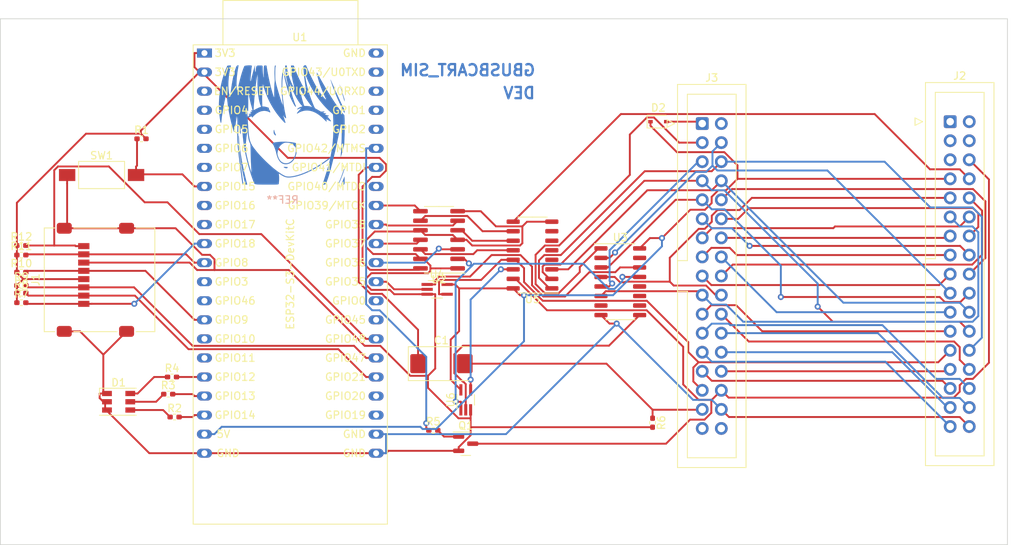
<source format=kicad_pcb>
(kicad_pcb (version 20211014) (generator pcbnew)
  (layers (0 "F.Cu" signal) (31 "B.Cu" signal) (34 "B.Paste" user) (35 "F.Paste" user) (36 "B.SilkS" user "B.Silkscreen") (37 "F.SilkS" user "F.Silkscreen") (38 "B.Mask" user) (39 "F.Mask" user) (44 "Edge.Cuts" user))
  (net 0 "")
  (net 1 "/GB.AUDIO")
  (net 2 "+3.3V")
  (net 3 "GND")
  (net 4 "+5V")
  (net 5 "Net-(D1-Pad4)")
  (net 6 "Net-(D1-Pad5)")
  (net 7 "Net-(D1-Pad6)")
  (net 8 "Net-(D2-Pad2)")
  (net 9 "/SD_DATA2")
  (net 10 "/SD_DATA3")
  (net 11 "/SD_CMD")
  (net 12 "/SD_CLOCK")
  (net 13 "/SD_DATA0")
  (net 14 "/SD_DATA1")
  (net 15 "/GB.~{RST}")
  (net 16 "/GB.D7")
  (net 17 "/GB.D6")
  (net 18 "/GB.D5")
  (net 19 "/GB.D4")
  (net 20 "/GB.D3")
  (net 21 "/GB.D2")
  (net 22 "/GB.D1")
  (net 23 "/GB.D0")
  (net 24 "/GB.A15")
  (net 25 "/GB.A14")
  (net 26 "/GB.A13")
  (net 27 "/GB.A12")
  (net 28 "/GB.A11")
  (net 29 "/GB.A10")
  (net 30 "/GB.A9")
  (net 31 "/GB.A8")
  (net 32 "/GB.A7")
  (net 33 "/GB.A6")
  (net 34 "/GB.A5")
  (net 35 "/GB.A4")
  (net 36 "/GB.A3")
  (net 37 "/GB.A2")
  (net 38 "/GB.A1")
  (net 39 "/GB.A0")
  (net 40 "/GB.~{CS}")
  (net 41 "/GB.~{RD}")
  (net 42 "/GB.~{WR}")
  (net 43 "/GB.PHI")
  (net 44 "Net-(Q1-Pad1)")
  (net 45 "/BTN")
  (net 46 "/L_B")
  (net 47 "/L_G")
  (net 48 "/L_R")
  (net 70 "/SCL")
  (net 71 "/SS")
  (net 72 "/IRQ")
  (net 73 "/MISO")
  (net 75 "Net-(U3-Pad9)")
  (net 79 "Net-(U3-Pad14)")
  (net 81 "/MOSI")
  (net 86 "Net-(J2-Pad8)")
  (net 87 "Net-(U5-Pad14)")
  (net 93 "/GPIO41")
  (net 94 "/GPIO42")
  (net 95 "/GPIO36")
  (net 96 "/GPIO37")
  (net 97 "/GPIO38")
  (net 98 "/GPIO39")
  (footprint "Package_TO_SOT_SMD:SOT-353_SC-70-5_Handsoldering" (layer "F.Cu") (at 88.646 115.824)
    (fp_text reference "U4")
    (fp_text value "74HCT1G125")
  )
  (footprint "Resistor_SMD:R_0402_1005Metric_Pad0.72x0.64mm_HandSolder" (layer "F.Cu") (at 49.276 95.758)
    (fp_text reference "R1")
    (fp_text value "10k")
  )
  (footprint "Package_TO_SOT_SMD:SOT-353_SC-70-5_Handsoldering" (layer "F.Cu") (at 92.456 130.556 90)
    (fp_text reference "U6")
    (fp_text value "NC7SZ08")
  )
  (footprint "Capacitor_Tantalum_SMD:CP_EIA-7343-31_Kemet-D" (layer "F.Cu") (at 89.2185 125.73)
    (fp_text reference "C1")
    (fp_text value "47uF")
  )
  (footprint "Resistor_SMD:R_0402_1005Metric_Pad0.72x0.64mm_HandSolder" (layer "F.Cu") (at 33.274 111.252)
    (fp_text reference "R11")
    (fp_text value "10k")
  )
  (footprint "Resistor_SMD:R_0402_1005Metric_Pad0.72x0.64mm_HandSolder" (layer "F.Cu") (at 117.3385 133.604 -90)
    (fp_text reference "R6")
    (fp_text value "10k")
  )
  (footprint "Resistor_SMD:R_0402_1005Metric_Pad0.72x0.64mm_HandSolder" (layer "F.Cu") (at 33.274 113.538)
    (fp_text reference "R10")
    (fp_text value "10k")
  )
  (footprint "Connector_Card:microSD_HC_Molex_47219-2001" (layer "F.Cu") (at 43.688 114.554 90)
    (fp_text reference "J1")
    (fp_text value "Micro_SD_Card")
  )
  (footprint "Package_SO:SO-16_3.9x9.9mm_P1.27mm" (layer "F.Cu") (at 101.346 111.252 180)
    (fp_text reference "U5")
    (fp_text value "74HC259")
  )
  (footprint "Diode_SMD:D_SOD-323" (layer "F.Cu") (at 118.11 93.472)
    (fp_text reference "D2")
    (fp_text value "PMEG2010EA")
  )
  (footprint "Package_TO_SOT_SMD:SOT-23" (layer "F.Cu") (at 92.456 136.398)
    (fp_text reference "Q1")
    (fp_text value "BC847")
  )
  (footprint "Resistor_SMD:R_0402_1005Metric_Pad0.72x0.64mm_HandSolder" (layer "F.Cu") (at 53.34 127.508)
    (fp_text reference "R4")
    (fp_text value "330")
  )
  (footprint "Resistor_SMD:R_0402_1005Metric_Pad0.72x0.64mm_HandSolder" (layer "F.Cu") (at 53.6835 132.842)
    (fp_text reference "R2")
    (fp_text value "330")
  )
  (footprint "Resistor_SMD:R_0402_1005Metric_Pad0.72x0.64mm_HandSolder" (layer "F.Cu") (at 33.274 117.602)
    (fp_text reference "R7")
    (fp_text value "10k")
  )
  (footprint "Resistor_SMD:R_0402_1005Metric_Pad0.72x0.64mm_HandSolder" (layer "F.Cu") (at 33.274 116.332)
    (fp_text reference "R8")
    (fp_text value "10k")
  )
  (footprint "Connector_IDC:IDC-Header_2x17_P2.54mm_Vertical" (layer "F.Cu") (at 123.952 93.726)
    (fp_text reference "J3")
    (fp_text value "Conn_01x32")
  )
  (footprint "Package_SO:SO-16_3.9x9.9mm_P1.27mm" (layer "F.Cu") (at 113.0395 114.808)
    (fp_text reference "U3")
    (fp_text value "74HC138")
  )
  (footprint "Package_SO:SO-14_3.9x8.65mm_P1.27mm" (layer "F.Cu") (at 88.9 109.22 180)
    (fp_text reference "U2")
    (fp_text value "74lxc125")
  )
  (footprint "Resistor_SMD:R_0402_1005Metric_Pad0.72x0.64mm_HandSolder" (layer "F.Cu") (at 33.274 115.316)
    (fp_text reference "R9")
    (fp_text value "10k")
  )
  (footprint "Espressif:ESP32-S3-DevKitC" (layer "F.Cu") (at 57.658 84.328)
    (fp_text reference "U1")
    (fp_text value "ESP32-S3-DevKitC")
  )
  (footprint "Resistor_SMD:R_0402_1005Metric_Pad0.72x0.64mm_HandSolder" (layer "F.Cu") (at 88.138 134.62)
    (fp_text reference "R5")
    (fp_text value "10k")
  )
  (footprint "Button_Switch_SMD:SW_SPST_FSMSM" (layer "F.Cu") (at 43.96 100.584)
    (fp_text reference "SW1")
    (fp_text value "SW_Push")
  )
  (footprint "Resistor_SMD:R_0402_1005Metric_Pad0.72x0.64mm_HandSolder" (layer "F.Cu") (at 33.274 109.982)
    (fp_text reference "R12")
    (fp_text value "10k")
  )
  (footprint "LED_SMD:LED_RGB_PLCC-6" (layer "F.Cu") (at 46.228 130.81)
    (fp_text reference "D1")
    (fp_text value "LED_RGB")
  )
  (footprint "Connector_IDC:IDC-Header_2x17_P2.54mm_Vertical" (layer "F.Cu") (at 156.972 93.472)
    (fp_text reference "J2")
    (fp_text value "Conn_02x17_Odd_Even")
  )
  (footprint "Resistor_SMD:R_0402_1005Metric_Pad0.72x0.64mm_HandSolder" (layer "F.Cu") (at 52.832 129.794)
    (fp_text reference "R3")
    (fp_text value "330")
  )
  (footprint "logo:happyface" (layer "B.Cu") (at 68.072 104.394 180)
    (fp_text reference "REF**")
    (fp_text value "happyface")
  )
  (gr_line (start 30.48 149.86) (end 164.592 149.86) (layer "Edge.Cuts") (width 0.1))
  (gr_line (start 164.592 79.756) (end 30.48 79.756) (layer "Edge.Cuts") (width 0.1))
  (gr_line (start 164.592 149.86) (end 164.592 79.756) (layer "Edge.Cuts") (width 0.1))
  (gr_line (start 30.48 79.756) (end 30.48 149.86) (layer "Edge.Cuts") (width 0.1))
  (gr_text "GBUSBCART_SIM" (at 92.71 86.614) (layer "B.Cu") (effects (font (size 1.5 1.5) (thickness 0.3)) (justify mirror)))
  (gr_text "DEV" (at 99.568 89.662) (layer "B.Cu") (effects (font (size 1.5 1.5) (thickness 0.3)) (justify mirror)))
  (segment (start 117.3385 131.8734) (end 123.9046 131.8734) (width 0.25) (layer "F.Cu") (net 1))
  (segment (start 92.331 125.73) (end 111.1951 125.73) (width 0.25) (layer "F.Cu") (net 1))
  (segment (start 111.1951 125.73) (end 117.3385 131.8734) (width 0.25) (layer "F.Cu") (net 1))
  (segment (start 117.3385 131.8734) (end 117.3385 133.0065) (width 0.25) (layer "F.Cu") (net 1))
  (segment (start 123.9046 131.8734) (end 123.952 131.826) (width 0.25) (layer "F.Cu") (net 1))
  (segment (start 79.7095 113.2205) (end 86.2345 113.2205) (width 0.25) (layer "F.Cu") (net 2))
  (segment (start 86.2345 113.2205) (end 86.425 113.03) (width 0.25) (layer "F.Cu") (net 2))
  (segment (start 49.19 95.0745) (end 49.8735 95.758) (width 0.25) (layer "F.Cu") (net 2))
  (segment (start 56.3329 86.2054) (end 56.3329 84.328) (width 0.25) (layer "F.Cu") (net 2))
  (segment (start 33.5335 114.459) (end 32.6765 113.602) (width 0.25) (layer "F.Cu") (net 2))
  (segment (start 41.588 114.459) (end 33.5335 114.459) (width 0.25) (layer "F.Cu") (net 2))
  (segment (start 49.19 95.0745) (end 41.8871 95.0745) (width 0.25) (layer "F.Cu") (net 2))
  (segment (start 78.7095 102.1134) (end 78.7095 112.2205) (width 0.25) (layer "F.Cu") (net 2))
  (segment (start 32.6765 117.602) (end 32.6765 116.332) (width 0.25) (layer "F.Cu") (net 2))
  (segment (start 32.6765 104.2851) (end 32.6765 109.982) (width 0.25) (layer "F.Cu") (net 2))
  (segment (start 32.6765 111.252) (end 32.6765 109.982) (width 0.25) (layer "F.Cu") (net 2))
  (segment (start 32.6765 113.602) (end 32.6765 113.538) (width 0.25) (layer "F.Cu") (net 2))
  (segment (start 78.7095 112.2205) (end 79.7095 113.2205) (width 0.25) (layer "F.Cu") (net 2))
  (segment (start 57.3268 86.868) (end 68.7568 98.298) (width 0.25) (layer "F.Cu") (net 2))
  (segment (start 32.6765 113.538) (end 32.6765 111.252) (width 0.25) (layer "F.Cu") (net 2))
  (segment (start 49.19 95.0745) (end 49.19 94.6735) (width 0.25) (layer "F.Cu") (net 2))
  (segment (start 68.7568 98.298) (end 80.9836 98.298) (width 0.25) (layer "F.Cu") (net 2))
  (segment (start 56.9955 86.868) (end 56.3329 86.2054) (width 0.25) (layer "F.Cu") (net 2))
  (segment (start 80.9836 98.298) (end 81.8507 99.1651) (width 0.25) (layer "F.Cu") (net 2))
  (segment (start 57.3268 86.868) (end 56.9955 86.868) (width 0.25) (layer "F.Cu") (net 2))
  (segment (start 79.9849 100.838) (end 78.7095 102.1134) (width 0.25) (layer "F.Cu") (net 2))
  (segment (start 49.19 94.6735) (end 56.9955 86.868) (width 0.25) (layer "F.Cu") (net 2))
  (segment (start 41.8871 95.0745) (end 32.6765 104.2851) (width 0.25) (layer "F.Cu") (net 2))
  (segment (start 33.5335 114.459) (end 32.6765 115.316) (width 0.25) (layer "F.Cu") (net 2))
  (segment (start 81.8507 99.1651) (end 81.8507 99.9907) (width 0.25) (layer "F.Cu") (net 2))
  (segment (start 57.658 84.328) (end 56.3329 84.328) (width 0.25) (layer "F.Cu") (net 2))
  (segment (start 32.6765 115.316) (end 32.6765 116.332) (width 0.25) (layer "F.Cu") (net 2))
  (segment (start 81.8507 99.9907) (end 81.0034 100.838) (width 0.25) (layer "F.Cu") (net 2))
  (segment (start 57.658 86.868) (end 57.3268 86.868) (width 0.25) (layer "F.Cu") (net 2))
  (segment (start 81.0034 100.838) (end 79.9849 100.838) (width 0.25) (layer "F.Cu") (net 2))
  (segment (start 68.8911 113.2478) (end 78.9967 123.3534) (width 0.25) (layer "F.Cu") (net 3))
  (segment (start 93.106 135.273) (end 93.106 134.2015) (width 0.25) (layer "F.Cu") (net 3))
  (segment (start 87.7498 113.03) (end 91.375 113.03) (width 0.25) (layer "F.Cu") (net 3))
  (segment (start 81.8431 137.668) (end 82.1631 137.348) (width 0.25) (layer "F.Cu") (net 3))
  (segment (start 44.1905 130.81) (end 43.7029 130.3224) (width 0.25) (layer "F.Cu") (net 3))
  (segment (start 93.106 131.886) (end 93.106 133.0166) (width 0.25) (layer "F.Cu") (net 3))
  (segment (start 44.1905 124.5265) (end 47.288 121.429) (width 0.25) (layer "F.Cu") (net 3))
  (segment (start 41.588 112.259) (end 55.6872 112.259) (width 0.25) (layer "F.Cu") (net 3))
  (segment (start 86.2409 116.474) (end 82.9342 116.474) (width 0.25) (layer "F.Cu") (net 3))
  (segment (start 79.1902 137.6653) (end 79.1929 137.668) (width 0.25) (layer "F.Cu") (net 3))
  (segment (start 93.106 133.0166) (end 91.4876 133.0166) (width 0.25) (layer "F.Cu") (net 3))
  (segment (start 127.508 132.842) (end 158.242 132.842) (width 0.25) (layer "F.Cu") (net 3))
  (segment (start 78.9967 123.3534) (end 81.0809 123.3534) (width 0.25) (layer "F.Cu") (net 3))
  (segment (start 86.425 111.76) (end 86.8564 111.76) (width 0.25) (layer "F.Cu") (net 3))
  (segment (start 80.518 137.668) (end 79.1929 137.668) (width 0.25) (layer "F.Cu") (net 3))
  (segment (start 93.3183 109.982) (end 92.5563 109.22) (width 0.25) (layer "F.Cu") (net 3))
  (segment (start 79.184 109.2743) (end 79.184 110.1775) (width 0.25) (layer "F.Cu") (net 3))
  (segment (start 79.184 110.1775) (end 80.1223 111.1158) (width 0.25) (layer "F.Cu") (net 3))
  (segment (start 79.8821 115.8991) (end 79.1622 115.1792) (width 0.25) (layer "F.Cu") (net 3))
  (segment (start 87.7498 113.3722) (end 87.7498 113.03) (width 0.25) (layer "F.Cu") (net 3))
  (segment (start 79.1622 114.4037) (end 79.8952 113.6707) (width 0.25) (layer "F.Cu") (net 3))
  (segment (start 57.6543 137.6653) (end 79.1902 137.6653) (width 0.25) (layer "F.Cu") (net 3))
  (segment (start 82.3593 115.8991) (end 79.8821 115.8991) (width 0.25) (layer "F.Cu") (net 3))
  (segment (start 99.6903 109.982) (end 93.3183 109.982) (width 0.25) (layer "F.Cu") (net 3))
  (segment (start 44.4343 131.91) (end 44.4343 130.81) (width 0.25) (layer "F.Cu") (net 3))
  (segment (start 80.1223 111.1158) (end 85.7808 111.1158) (width 0.25) (layer "F.Cu") (net 3))
  (segment (start 112.5561 120.3836) (end 111.5951 120.3836) (width 0.25) (layer "F.Cu") (net 3))
  (segment (start 80.518 137.668) (end 81.8431 137.668) (width 0.25) (layer "F.Cu") (net 3))
  (segment (start 99.9967 107.4328) (end 99.9967 109.6756) (width 0.25) (layer "F.Cu") (net 3))
  (segment (start 99.9967 107.4328) (end 96.4826 107.4328) (width 0.25) (layer "F.Cu") (net 3))
  (segment (start 43.7029 130.3224) (end 43.7029 129.71) (width 0.25) (layer "F.Cu") (net 3))
  (segment (start 87.4513 113.6707) (end 87.7498 113.3722) (width 0.25) (layer "F.Cu") (net 3))
  (segment (start 88.3911 126.3862) (end 88.3911 116.474) (width 0.25) (layer "F.Cu") (net 3))
  (segment (start 79.1622 115.1792) (end 79.1622 114.4037) (width 0.25) (layer "F.Cu") (net 3))
  (segment (start 58.9947 113.2478) (end 68.8911 113.2478) (width 0.25) (layer "F.Cu") (net 3))
  (segment (start 87.316 116.474) (end 86.2409 116.474) (width 0.25) (layer "F.Cu") (net 3))
  (segment (start 50.3115 137.6653) (end 57.6543 137.6653) (width 0.25) (layer "F.Cu") (net 3))
  (segment (start 111.5951 120.3836) (end 110.4645 119.253) (width 0.25) (layer "F.Cu") (net 3))
  (segment (start 81.0809 123.3534) (end 85.0795 127.352) (width 0.25) (layer "F.Cu") (net 3))
  (segment (start 44.4343 130.81) (end 44.1905 130.81) (width 0.25) (layer "F.Cu") (net 3))
  (segment (start 87.4253 127.352) (end 88.3911 126.3862) (width 0.25) (layer "F.Cu") (net 3))
  (segment (start 85.0795 127.352) (end 87.4253 127.352) (width 0.25) (layer "F.Cu") (net 3))
  (segment (start 100.6225 106.807) (end 99.9967 107.4328) (width 0.25) (layer "F.Cu") (net 3))
  (segment (start 86.425 107.95) (end 86.2618 108.1132) (width 0.25) (layer "F.Cu") (net 3))
  (segment (start 58.3892 111.223) (end 57.353 111.223) (width 0.25) (layer "F.Cu") (net 3))
  (segment (start 39.37 107.679) (end 38.988 107.679) (width 0.25) (layer "F.Cu") (net 3))
  (segment (start 86.8564 111.76) (end 87.7498 112.6534) (width 0.25) (layer "F.Cu") (net 3))
  (segment (start 56.676 113.2478) (end 58.9947 113.2478) (width 0.25) (layer "F.Cu") (net 3))
  (segment (start 82.1631 137.348) (end 91.5185 137.348) (width 0.25) (layer "F.Cu") (net 3))
  (segment (start 57.353 111.223) (end 53.809 107.679) (width 0.25) (layer "F.Cu") (net 3))
  (segment (start 91.5185 137.348) (end 91.5185 136.8605) (width 0.25) (layer "F.Cu") (net 3))
  (segment (start 86.425 107.95) (end 87.0508 108.5758) (width 0.25) (layer "F.Cu") (net 3))
  (segment (start 44.678 130.81) (end 44.4343 130.81) (width 0.25) (layer "F.Cu") (net 3))
  (segment (start 58.9947 113.2478) (end 58.9947 111.8285) (width 0.25) (layer "F.Cu") (net 3))
  (segment (start 47.288 107.679) (end 39.37 107.679) (width 0.25) (layer "F.Cu") (net 3))
  (segment (start 103.921 106.807) (end 100.6225 106.807) (width 0.25) (layer "F.Cu") (net 3))
  (segment (start 44.1905 129.71) (end 44.1905 124.5265) (width 0.25) (layer "F.Cu") (net 3))
  (segment (start 92.5563 109.22) (end 91.375 109.22) (width 0.25) (layer "F.Cu") (net 3))
  (segment (start 91.5185 136.8605) (end 93.106 135.273) (width 0.25) (layer "F.Cu") (net 3))
  (segment (start 53.809 107.679) (end 47.288 107.679) (width 0.25) (layer "F.Cu") (net 3))
  (segment (start 41.093 121.429) (end 44.1905 124.5265) (width 0.25) (layer "F.Cu") (net 3))
  (segment (start 44.5562 131.91) (end 44.4343 131.91) (width 0.25) (layer "F.Cu") (net 3))
  (segment (start 38.988 121.429) (end 41.093 121.429) (width 0.25) (layer "F.Cu") (net 3))
  (segment (start 87.7498 112.6534) (end 87.7498 113.03) (width 0.25) (layer "F.Cu") (net 3))
  (segment (start 44.1905 129.71) (end 43.7029 129.71) (width 0.25) (layer "F.Cu") (net 3))
  (segment (start 58.9947 111.8285) (end 58.3892 111.223) (width 0.25) (layer "F.Cu") (net 3))
  (segment (start 93.106 133.0166) (end 93.106 134.2015) (width 0.25) (layer "F.Cu") (net 3))
  (segment (start 44.678 131.91) (end 44.5562 131.91) (width 0.25) (layer "F.Cu") (net 3))
  (segment (start 85.7808 111.1158) (end 86.425 111.76) (width 0.25) (layer "F.Cu") (net 3))
  (segment (start 39.37 100.584) (end 39.37 101.7091) (width 0.25) (layer "F.Cu") (net 3))
  (segment (start 87.316 116.474) (end 88.3911 116.474) (width 0.25) (layer "F.Cu") (net 3))
  (segment (start 87.0508 108.5758) (end 90.7308 108.5758) (width 0.25) (layer "F.Cu") (net 3))
  (segment (start 94.4598 105.41) (end 91.375 105.41) (width 0.25) (layer "F.Cu") (net 3))
  (segment (start 87.4253 128.9543) (end 87.4253 127.352) (width 0.25) (layer "F.Cu") (net 3))
  (segment (start 91.4876 133.0166) (end 87.4253 128.9543) (width 0.25) (layer "F.Cu") (net 3))
  (segment (start 126.492 131.826) (end 127.508 132.842) (width 0.25) (layer "F.Cu") (net 3))
  (segment (start 44.678 129.71) (end 44.1905 129.71) (width 0.25) (layer "F.Cu") (net 3))
  (segment (start 90.7308 108.5758) (end 91.375 109.22) (width 0.25) (layer "F.Cu") (net 3))
  (segment (start 96.4826 107.4328) (end 94.4598 105.41) (width 0.25) (layer "F.Cu") (net 3))
  (segment (start 86.2618 108.1132) (end 80.3451 108.1132) (width 0.25) (layer "F.Cu") (net 3))
  (segment (start 79.8952 113.6707) (end 87.4513 113.6707) (width 0.25) (layer "F.Cu") (net 3))
  (segment (start 80.3451 108.1132) (end 79.184 109.2743) (width 0.25) (layer "F.Cu") (net 3))
  (segment (start 44.5562 131.91) (end 50.3115 137.6653) (width 0.25) (layer "F.Cu") (net 3))
  (segment (start 158.242 132.842) (end 159.512 134.112) (width 0.25) (layer "F.Cu") (net 3))
  (segment (start 99.9967 109.6756) (end 99.6903 109.982) (width 0.25) (layer "F.Cu") (net 3))
  (segment (start 82.9342 116.474) (end 82.3593 115.8991) (width 0.25) (layer "F.Cu") (net 3))
  (segment (start 39.37 107.679) (end 39.37 101.7091) (width 0.25) (layer "F.Cu") (net 3))
  (segment (start 55.6872 112.259) (end 56.676 113.2478) (width 0.25) (layer "F.Cu") (net 3))
  (segment (start 93.106 134.2015) (end 117.3385 134.2015) (width 0.25) (layer "F.Cu") (net 3))
  (via (at 112.5561 120.3836) (size 0.8) (drill 0.4) (layers "F.Cu" "B.Cu") (net 3))
  (segment (start 81.8431 137.668) (end 81.8431 135.128) (width 0.25) (layer "B.Cu") (net 3))
  (segment (start 126.492 131.826) (end 125.222 130.556) (width 0.25) (layer "B.Cu") (net 3))
  (segment (start 97.8117 135.128) (end 112.5561 120.3836) (width 0.25) (layer "B.Cu") (net 3))
  (segment (start 125.222 130.556) (end 122.7285 130.556) (width 0.25) (layer "B.Cu") (net 3))
  (segment (start 80.518 137.668) (end 81.8431 137.668) (width 0.25) (layer "B.Cu") (net 3))
  (segment (start 122.7285 130.556) (end 112.5561 120.3836) (width 0.25) (layer "B.Cu") (net 3))
  (segment (start 81.8431 135.128) (end 97.8117 135.128) (width 0.25) (layer "B.Cu") (net 3))
  (segment (start 80.518 135.128) (end 81.8431 135.128) (width 0.25) (layer "B.Cu") (net 3))
  (segment (start 91.806 129.226) (end 90.4534 127.8734) (width 0.25) (layer "F.Cu") (net 4))
  (segment (start 125.2069 103.4917) (end 126.0826 102.616) (width 0.25) (layer "F.Cu") (net 4))
  (segment (start 91.5741 121.3968) (end 91.5741 115.697) (width 0.25) (layer "F.Cu") (net 4))
  (segment (start 122.3677 105.2105) (end 124.3209 105.2105) (width 0.25) (layer "F.Cu") (net 4))
  (segment (start 91.5741 115.697) (end 91.0511 115.174) (width 0.25) (layer "F.Cu") (net 4))
  (segment (start 89.976 115.174) (end 91.0511 115.174) (width 0.25) (layer "F.Cu") (net 4))
  (segment (start 127.1253 102.616) (end 128.6493 101.092) (width 0.25) (layer "F.Cu") (net 4))
  (segment (start 90.4534 127.8734) (end 90.4534 122.5175) (width 0.25) (layer "F.Cu") (net 4))
  (segment (start 90.4534 122.5175) (end 91.5741 121.3968) (width 0.25) (layer "F.Cu") (net 4))
  (segment (start 120.5739 97.536) (end 126.889 97.536) (width 0.25) (layer "F.Cu") (net 4))
  (segment (start 117.06 94.0221) (end 120.5739 97.536) (width 0.25) (layer "F.Cu") (net 4))
  (segment (start 118.5866 108.9916) (end 116.9859 108.9916) (width 0.25) (layer "F.Cu") (net 4))
  (segment (start 99.6852 116.6112) (end 98.771 115.697) (width 0.25) (layer "F.Cu") (net 4))
  (segment (start 126.889 97.536) (end 128.6493 99.2963) (width 0.25) (layer "F.Cu") (net 4))
  (segment (start 126.0826 102.616) (end 127.1253 102.616) (width 0.25) (layer "F.Cu") (net 4))
  (segment (start 125.2069 104.3245) (end 125.2069 103.4917) (width 0.25) (layer "F.Cu") (net 4))
  (segment (start 128.6493 101.092) (end 156.972 101.092) (width 0.25) (layer "F.Cu") (net 4))
  (segment (start 117.06 93.472) (end 117.06 94.0221) (width 0.25) (layer "F.Cu") (net 4))
  (segment (start 124.3209 105.2105) (end 125.2069 104.3245) (width 0.25) (layer "F.Cu") (net 4))
  (segment (start 118.5866 108.9916) (end 122.3677 105.2105) (width 0.25) (layer "F.Cu") (net 4))
  (segment (start 98.771 115.697) (end 91.5741 115.697) (width 0.25) (layer "F.Cu") (net 4))
  (segment (start 116.9859 108.9916) (end 115.6145 110.363) (width 0.25) (layer "F.Cu") (net 4))
  (segment (start 128.6493 99.2963) (end 128.6493 101.092) (width 0.25) (layer "F.Cu") (net 4))
  (segment (start 100.2152 116.6112) (end 99.6852 116.6112) (width 0.25) (layer "F.Cu") (net 4))
  (via (at 100.2152 116.6112) (size 0.8) (drill 0.4) (layers "F.Cu" "B.Cu") (net 4))
  (via (at 118.5866 108.9916) (size 0.8) (drill 0.4) (layers "F.Cu" "B.Cu") (net 4))
  (segment (start 118.5866 110.0875) (end 118.5866 108.9916) (width 0.25) (layer "B.Cu") (net 4))
  (segment (start 59.9555 134.1492) (end 58.9794 135.1253) (width 0.25) (layer "B.Cu") (net 4))
  (segment (start 112.0629 116.6112) (end 118.5866 110.0875) (width 0.25) (layer "B.Cu") (net 4))
  (segment (start 88.5137 134.4403) (end 86.7091 134.4403) (width 0.25) (layer "B.Cu") (net 4))
  (segment (start 100.2152 116.6112) (end 112.0629 116.6112) (width 0.25) (layer "B.Cu") (net 4))
  (segment (start 86.7091 134.4403) (end 86.418 134.1492) (width 0.25) (layer "B.Cu") (net 4))
  (segment (start 100.2152 116.6112) (end 100.2152 122.7388) (width 0.25) (layer "B.Cu") (net 4))
  (segment (start 57.6543 135.1253) (end 58.9794 135.1253) (width 0.25) (layer "B.Cu") (net 4))
  (segment (start 86.418 134.1492) (end 59.9555 134.1492) (width 0.25) (layer "B.Cu") (net 4))
  (segment (start 100.2152 122.7388) (end 88.5137 134.4403) (width 0.25) (layer "B.Cu") (net 4))
  (segment (start 52.154 131.91) (end 53.086 132.842) (width 0.25) (layer "F.Cu") (net 5))
  (segment (start 47.778 131.91) (end 52.154 131.91) (width 0.25) (layer "F.Cu") (net 5))
  (segment (start 51.2185 130.81) (end 52.2345 129.794) (width 0.25) (layer "F.Cu") (net 6))
  (segment (start 47.778 130.81) (end 51.2185 130.81) (width 0.25) (layer "F.Cu") (net 6))
  (segment (start 48.7531 129.71) (end 50.9551 127.508) (width 0.25) (layer "F.Cu") (net 7))
  (segment (start 50.9551 127.508) (end 52.7425 127.508) (width 0.25) (layer "F.Cu") (net 7))
  (segment (start 47.778 129.71) (end 48.7531 129.71) (width 0.25) (layer "F.Cu") (net 7))
  (segment (start 119.16 93.472) (end 123.698 93.472) (width 0.25) (layer "F.Cu") (net 8))
  (segment (start 123.698 93.472) (end 123.952 93.726) (width 0.25) (layer "F.Cu") (net 8))
  (segment (start 33.8715 117.602) (end 34.0285 117.759) (width 0.25) (layer "F.Cu") (net 9))
  (segment (start 42.6733 117.7488) (end 48.3121 117.7488) (width 0.25) (layer "F.Cu") (net 9))
  (segment (start 34.0285 117.759) (end 41.588 117.759) (width 0.25) (layer "F.Cu") (net 9))
  (segment (start 41.588 117.759) (end 42.6631 117.759) (width 0.25) (layer "F.Cu") (net 9))
  (segment (start 42.6631 117.759) (end 42.6733 117.7488) (width 0.25) (layer "F.Cu") (net 9))
  (via (at 48.3121 117.7488) (size 0.8) (drill 0.4) (layers "F.Cu" "B.Cu") (net 9))
  (segment (start 57.658 109.728) (end 56.3329 109.728) (width 0.25) (layer "B.Cu") (net 9))
  (segment (start 56.3329 109.728) (end 48.3121 117.7488) (width 0.25) (layer "B.Cu") (net 9))
  (segment (start 80.518 127.508) (end 79.1929 127.508) (width 0.25) (layer "F.Cu") (net 10))
  (segment (start 33.8715 116.332) (end 34.1985 116.659) (width 0.25) (layer "F.Cu") (net 10))
  (segment (start 48.3918 116.659) (end 55.5362 123.8034) (width 0.25) (layer "F.Cu") (net 10))
  (segment (start 55.5362 123.8034) (end 75.4883 123.8034) (width 0.25) (layer "F.Cu") (net 10))
  (segment (start 34.1985 116.659) (end 41.588 116.659) (width 0.25) (layer "F.Cu") (net 10))
  (segment (start 75.4883 123.8034) (end 79.1929 127.508) (width 0.25) (layer "F.Cu") (net 10))
  (segment (start 41.588 116.659) (end 48.3918 116.659) (width 0.25) (layer "F.Cu") (net 10))
  (segment (start 41.588 115.559) (end 34.1145 115.559) (width 0.25) (layer "F.Cu") (net 11))
  (segment (start 80.518 124.968) (end 79.1929 124.968) (width 0.25) (layer "F.Cu") (net 11))
  (segment (start 77.5781 123.3532) (end 56.0821 123.3532) (width 0.25) (layer "F.Cu") (net 11))
  (segment (start 56.0821 123.3532) (end 48.2879 115.559) (width 0.25) (layer "F.Cu") (net 11))
  (segment (start 79.1929 124.968) (end 77.5781 123.3532) (width 0.25) (layer "F.Cu") (net 11))
  (segment (start 34.1145 115.559) (end 33.8715 115.316) (width 0.25) (layer "F.Cu") (net 11))
  (segment (start 48.2879 115.559) (end 41.588 115.559) (width 0.25) (layer "F.Cu") (net 11))
  (segment (start 34.0505 113.359) (end 33.8715 113.538) (width 0.25) (layer "F.Cu") (net 12))
  (segment (start 57.658 119.888) (end 56.3329 119.888) (width 0.25) (layer "F.Cu") (net 12))
  (segment (start 49.8039 113.359) (end 41.588 113.359) (width 0.25) (layer "F.Cu") (net 12))
  (segment (start 41.588 113.359) (end 34.0505 113.359) (width 0.25) (layer "F.Cu") (net 12))
  (segment (start 56.3329 119.888) (end 49.8039 113.359) (width 0.25) (layer "F.Cu") (net 12))
  (segment (start 57.658 112.268) (end 56.3329 112.268) (width 0.25) (layer "F.Cu") (net 13))
  (segment (start 56.3329 112.268) (end 55.2239 111.159) (width 0.25) (layer "F.Cu") (net 13))
  (segment (start 55.2239 111.159) (end 41.588 111.159) (width 0.25) (layer "F.Cu") (net 13))
  (segment (start 41.588 111.159) (end 33.9645 111.159) (width 0.25) (layer "F.Cu") (net 13))
  (segment (start 33.9645 111.159) (end 33.8715 111.252) (width 0.25) (layer "F.Cu") (net 13))
  (segment (start 65.2229 108.458) (end 79.1929 122.428) (width 0.25) (layer "F.Cu") (net 14))
  (segment (start 40.5129 110.059) (end 40.4359 109.982) (width 0.25) (layer "F.Cu") (net 14))
  (segment (start 38.1519 99.4463) (end 44.9258 99.4463) (width 0.25) (layer "F.Cu") (net 14))
  (segment (start 37.6547 99.9435) (end 38.1519 99.4463) (width 0.25) (layer "F.Cu") (net 14))
  (segment (start 44.9258 99.4463) (end 49.7019 104.2224) (width 0.25) (layer "F.Cu") (net 14))
  (segment (start 52.7325 104.2224) (end 56.9681 108.458) (width 0.25) (layer "F.Cu") (net 14))
  (segment (start 41.0505 110.059) (end 40.5129 110.059) (width 0.25) (layer "F.Cu") (net 14))
  (segment (start 37.6547 109.982) (end 37.6547 99.9435) (width 0.25) (layer "F.Cu") (net 14))
  (segment (start 41.0505 110.059) (end 41.588 110.059) (width 0.25) (layer "F.Cu") (net 14))
  (segment (start 40.4359 109.982) (end 37.6547 109.982) (width 0.25) (layer "F.Cu") (net 14))
  (segment (start 37.6547 109.982) (end 33.8715 109.982) (width 0.25) (layer "F.Cu") (net 14))
  (segment (start 80.518 122.428) (end 79.1929 122.428) (width 0.25) (layer "F.Cu") (net 14))
  (segment (start 49.7019 104.2224) (end 52.7325 104.2224) (width 0.25) (layer "F.Cu") (net 14))
  (segment (start 56.9681 108.458) (end 65.2229 108.458) (width 0.25) (layer "F.Cu") (net 14))
  (segment (start 125.1614 130.556) (end 125.222 130.556) (width 0.25) (layer "F.Cu") (net 15))
  (segment (start 127.4607 130.2547) (end 157.4498 130.2547) (width 0.25) (layer "F.Cu") (net 15))
  (segment (start 158.2422 129.4623) (end 158.2422 128.6011) (width 0.25) (layer "F.Cu") (net 15))
  (segment (start 159.0813 127.762) (end 159.9847 127.762) (width 0.25) (layer "F.Cu") (net 15))
  (segment (start 162.1337 101.1737) (end 159.512 98.552) (width 0.25) (layer "F.Cu") (net 15))
  (segment (start 125.222 130.556) (end 126.492 129.286) (width 0.25) (layer "F.Cu") (net 15))
  (segment (start 122.3394 133.1908) (end 124.252 133.1908) (width 0.25) (layer "F.Cu") (net 15))
  (segment (start 116.5507 118.618) (end 121.4146 123.4819) (width 0.25) (layer "F.Cu") (net 15))
  (segment (start 99.0988 114.427) (end 103.2898 118.618) (width 0.25) (layer "F.Cu") (net 15))
  (segment (start 121.4146 128.4962) (end 123.4744 130.556) (width 0.25) (layer "F.Cu") (net 15))
  (segment (start 125.1614 132.2814) (end 125.1614 130.556) (width 0.25) (layer "F.Cu") (net 15))
  (segment (start 93.3935 136.398) (end 119.1322 136.398) (width 0.25) (layer "F.Cu") (net 15))
  (segment (start 123.4744 130.556) (end 125.1614 130.556) (width 0.25) (layer "F.Cu") (net 15))
  (segment (start 119.1322 136.398) (end 122.3394 133.1908) (width 0.25) (layer "F.Cu") (net 15))
  (segment (start 121.4146 123.4819) (end 121.4146 128.4962) (width 0.25) (layer "F.Cu") (net 15))
  (segment (start 126.492 129.286) (end 127.4607 130.2547) (width 0.25) (layer "F.Cu") (net 15))
  (segment (start 98.771 114.427) (end 99.0988 114.427) (width 0.25) (layer "F.Cu") (net 15))
  (segment (start 159.9847 127.762) (end 162.1337 125.613) (width 0.25) (layer "F.Cu") (net 15))
  (segment (start 162.1337 125.613) (end 162.1337 101.1737) (width 0.25) (layer "F.Cu") (net 15))
  (segment (start 158.2422 128.6011) (end 159.0813 127.762) (width 0.25) (layer "F.Cu") (net 15))
  (segment (start 103.2898 118.618) (end 116.5507 118.618) (width 0.25) (layer "F.Cu") (net 15))
  (segment (start 157.4498 130.2547) (end 158.2422 129.4623) (width 0.25) (layer "F.Cu") (net 15))
  (segment (start 124.252 133.1908) (end 125.1614 132.2814) (width 0.25) (layer "F.Cu") (net 15))
  (segment (start 116.5723 117.3481) (end 122.0898 122.8656) (width 0.25) (layer "F.Cu") (net 16))
  (segment (start 88.9009 114.7806) (end 89.1104 114.5711) (width 0.25) (layer "F.Cu") (net 16))
  (segment (start 100.2234 112.999) (end 100.2234 114.8546) (width 0.25) (layer "F.Cu") (net 16))
  (segment (start 156.972 123.952) (end 155.3755 125.5485) (width 0.25) (layer "F.Cu") (net 16))
  (segment (start 100.2234 114.8546) (end 102.7169 117.3481) (width 0.25) (layer "F.Cu") (net 16))
  (segment (start 97.1872 111.887) (end 98.771 111.887) (width 0.25) (layer "F.Cu") (net 16))
  (segment (start 89.976 116.474) (end 88.9009 116.474) (width 0.25) (layer "F.Cu") (net 16))
  (segment (start 89.1104 114.5711) (end 94.5031 114.5711) (width 0.25) (layer "F.Cu") (net 16))
  (segment (start 99.1114 111.887) (end 100.2234 112.999) (width 0.25) (layer "F.Cu") (net 16))
  (segment (start 122.7643 128.0983) (end 123.952 129.286) (width 0.25) (layer "F.Cu") (net 16))
  (segment (start 98.771 111.887) (end 99.1114 111.887) (width 0.25) (layer "F.Cu") (net 16))
  (segment (start 88.9009 116.474) (end 88.9009 114.7806) (width 0.25) (layer "F.Cu") (net 16))
  (segment (start 102.7169 117.3481) (end 116.5723 117.3481) (width 0.25) (layer "F.Cu") (net 16))
  (segment (start 94.5031 114.5711) (end 97.1872 111.887) (width 0.25) (layer "F.Cu") (net 16))
  (segment (start 122.0898 122.8656) (end 122.0898 124.1793) (width 0.25) (layer "F.Cu") (net 16))
  (segment (start 122.7643 126.2432) (end 122.7643 128.0983) (width 0.25) (layer "F.Cu") (net 16))
  (segment (start 123.459 125.5485) (end 122.7643 126.2432) (width 0.25) (layer "F.Cu") (net 16))
  (segment (start 155.3755 125.5485) (end 123.459 125.5485) (width 0.25) (layer "F.Cu") (net 16))
  (segment (start 122.0898 124.1793) (end 123.459 125.5485) (width 0.25) (layer "F.Cu") (net 16))
  (segment (start 156.718 126.746) (end 156.972 126.492) (width 0.25) (layer "F.Cu") (net 17))
  (segment (start 126.492 126.746) (end 156.718 126.746) (width 0.25) (layer "F.Cu") (net 17))
  (segment (start 155.956 128.016) (end 156.972 129.032) (width 0.25) (layer "F.Cu") (net 18))
  (segment (start 125.222 128.016) (end 155.956 128.016) (width 0.25) (layer "F.Cu") (net 18))
  (segment (start 123.952 126.746) (end 125.222 128.016) (width 0.25) (layer "F.Cu") (net 18))
  (segment (start 156.972 131.572) (end 156.6264 131.572) (width 0.25) (layer "B.Cu") (net 19))
  (segment (start 149.2604 124.206) (end 126.492 124.206) (width 0.25) (layer "B.Cu") (net 19))
  (segment (start 156.6264 131.572) (end 149.2604 124.206) (width 0.25) (layer "B.Cu") (net 19))
  (segment (start 148.336 125.476) (end 156.972 134.112) (width 0.25) (layer "B.Cu") (net 20))
  (segment (start 123.952 124.206) (end 125.222 125.476) (width 0.25) (layer "B.Cu") (net 20))
  (segment (start 125.222 125.476) (end 148.336 125.476) (width 0.25) (layer "B.Cu") (net 20))
  (segment (start 158.242 130.302) (end 159.512 131.572) (width 0.25) (layer "B.Cu") (net 21))
  (segment (start 147.357 121.666) (end 155.993 130.302) (width 0.25) (layer "B.Cu") (net 21))
  (segment (start 126.492 121.666) (end 147.357 121.666) (width 0.25) (layer "B.Cu") (net 21))
  (segment (start 155.993 130.302) (end 158.242 130.302) (width 0.25) (layer "B.Cu") (net 21))
  (segment (start 158.242 127.762) (end 159.512 129.032) (width 0.25) (layer "B.Cu") (net 22))
  (segment (start 123.952 121.666) (end 125.222 120.396) (width 0.25) (layer "B.Cu") (net 22))
  (segment (start 125.222 120.396) (end 127.471 120.396) (width 0.25) (layer "B.Cu") (net 22))
  (segment (start 155.1097 127.762) (end 158.242 127.762) (width 0.25) (layer "B.Cu") (net 22))
  (segment (start 147.9399 120.5922) (end 155.1097 127.762) (width 0.25) (layer "B.Cu") (net 22))
  (segment (start 127.471 120.396) (end 127.6672 120.5922) (width 0.25) (layer "B.Cu") (net 22))
  (segment (start 127.6672 120.5922) (end 147.9399 120.5922) (width 0.25) (layer "B.Cu") (net 22))
  (segment (start 158.242 125.222) (end 159.512 126.492) (width 0.25) (layer "F.Cu") (net 23))
  (segment (start 157.4978 122.7768) (end 158.242 123.521) (width 0.25) (layer "F.Cu") (net 23))
  (segment (start 158.242 123.521) (end 158.242 125.222) (width 0.25) (layer "F.Cu") (net 23))
  (segment (start 126.492 119.126) (end 130.1428 122.7768) (width 0.25) (layer "F.Cu") (net 23))
  (segment (start 130.1428 122.7768) (end 157.4978 122.7768) (width 0.25) (layer "F.Cu") (net 23))
  (segment (start 131.9408 121.412) (end 128.4662 117.9374) (width 0.25) (layer "F.Cu") (net 24))
  (segment (start 156.972 121.412) (end 131.9408 121.412) (width 0.25) (layer "F.Cu") (net 24))
  (segment (start 128.4662 117.9374) (end 125.1406 117.9374) (width 0.25) (layer "F.Cu") (net 24))
  (segment (start 125.1406 117.9374) (end 123.952 119.126) (width 0.25) (layer "F.Cu") (net 24))
  (segment (start 113.0208 114.8935) (end 113.6215 114.8935) (width 0.25) (layer "F.Cu") (net 25))
  (segment (start 128.9404 105.2509) (end 130.5593 103.632) (width 0.25) (layer "F.Cu") (net 25))
  (segment (start 125.222 106.8201) (end 125.222 106.0004) (width 0.25) (layer "F.Cu") (net 25))
  (segment (start 110.4645 114.173) (end 112.3003 114.173) (width 0.25) (layer "F.Cu") (net 25))
  (segment (start 123.4805 107.7595) (end 124.2826 107.7595) (width 0.25) (layer "F.Cu") (net 25))
  (segment (start 130.5593 103.632) (end 156.972 103.632) (width 0.25) (layer "F.Cu") (net 25))
  (segment (start 125.7347 116.586) (end 124.4647 115.316) (width 0.25) (layer "F.Cu") (net 25))
  (segment (start 125.222 106.0004) (end 125.9715 105.2509) (width 0.25) (layer "F.Cu") (net 25))
  (segment (start 113.6215 114.8935) (end 113.7162 114.7988) (width 0.25) (layer "F.Cu") (net 25))
  (segment (start 120.145 115.316) (end 119.6278 114.7988) (width 0.25) (layer "F.Cu") (net 25))
  (segment (start 119.6278 111.6122) (end 123.4805 107.7595) (width 0.25) (layer "F.Cu") (net 25))
  (segment (start 126.492 116.586) (end 125.7347 116.586) (width 0.25) (layer "F.Cu") (net 25))
  (segment (start 119.6278 114.7988) (end 119.6278 111.6122) (width 0.25) (layer "F.Cu") (net 25))
  (segment (start 125.9715 105.2509) (end 128.9404 105.2509) (width 0.25) (layer "F.Cu") (net 25))
  (segment (start 124.2826 107.7595) (end 125.222 106.8201) (width 0.25) (layer "F.Cu") (net 25))
  (segment (start 124.4647 115.316) (end 120.145 115.316) (width 0.25) (layer "F.Cu") (net 25))
  (segment (start 113.7162 114.7988) (end 119.6278 114.7988) (width 0.25) (layer "F.Cu") (net 25))
  (segment (start 112.3003 114.173) (end 113.0208 114.8935) (width 0.25) (layer "F.Cu") (net 25))
  (segment (start 111.0995 116.078) (end 123.444 116.078) (width 0.25) (layer "F.Cu") (net 26))
  (segment (start 110.4645 116.713) (end 111.0995 116.078) (width 0.25) (layer "F.Cu") (net 26))
  (segment (start 123.444 116.078) (end 123.952 116.586) (width 0.25) (layer "F.Cu") (net 26))
  (segment (start 159.9558 120.142) (end 129.408 120.142) (width 0.25) (layer "B.Cu") (net 26))
  (segment (start 125.222 117.856) (end 123.952 116.586) (width 0.25) (layer "B.Cu") (net 26))
  (segment (start 129.408 120.142) (end 127.122 117.856) (width 0.25) (layer "B.Cu") (net 26))
  (segment (start 127.122 117.856) (end 125.222 117.856) (width 0.25) (layer "B.Cu") (net 26))
  (segment (start 159.9461 107.442) (end 160.7206 108.2165) (width 0.25) (layer "B.Cu") (net 26))
  (segment (start 160.7206 119.3772) (end 159.9558 120.142) (width 0.25) (layer "B.Cu") (net 26))
  (segment (start 160.7206 108.2165) (end 160.7206 119.3772) (width 0.25) (layer "B.Cu") (net 26))
  (segment (start 158.242 107.442) (end 159.9461 107.442) (width 0.25) (layer "B.Cu") (net 26))
  (segment (start 156.972 106.172) (end 158.242 107.442) (width 0.25) (layer "B.Cu") (net 26))
  (segment (start 126.492 114.046) (end 128.016 112.522) (width 0.25) (layer "F.Cu") (net 27))
  (segment (start 161.2165 105.3365) (end 159.512 103.632) (width 0.25) (layer "F.Cu") (net 27))
  (segment (start 159.9109 112.522) (end 161.2165 111.2164) (width 0.25) (layer "F.Cu") (net 27))
  (segment (start 128.016 112.522) (end 159.9109 112.522) (width 0.25) (layer "F.Cu") (net 27))
  (segment (start 161.2165 111.2164) (end 161.2165 105.3365) (width 0.25) (layer "F.Cu") (net 27))
  (segment (start 125.1585 115.2525) (end 123.952 114.046) (width 0.25) (layer "F.Cu") (net 28))
  (segment (start 156.972 113.792) (end 155.5115 115.2525) (width 0.25) (layer "F.Cu") (net 28))
  (segment (start 155.5115 115.2525) (end 125.1585 115.2525) (width 0.25) (layer "F.Cu") (net 28))
  (segment (start 133.858 118.872) (end 126.492 111.506) (width 0.25) (layer "B.Cu") (net 29))
  (segment (start 156.972 118.872) (end 133.858 118.872) (width 0.25) (layer "B.Cu") (net 29))
  (segment (start 127.614 110.2961) (end 128.5699 111.252) (width 0.25) (layer "F.Cu") (net 30))
  (segment (start 128.5699 111.252) (end 156.972 111.252) (width 0.25) (layer "F.Cu") (net 30))
  (segment (start 123.952 111.506) (end 125.1619 110.2961) (width 0.25) (layer "F.Cu") (net 30))
  (segment (start 125.1619 110.2961) (end 127.614 110.2961) (width 0.25) (layer "F.Cu") (net 30))
  (segment (start 126.492 108.966) (end 156.718 108.966) (width 0.25) (layer "F.Cu") (net 31))
  (segment (start 156.718 108.966) (end 156.972 108.712) (width 0.25) (layer "F.Cu") (net 31))
  (segment (start 141.4103 107.6655) (end 141.6338 107.442) (width 0.25) (layer "F.Cu") (net 32))
  (segment (start 158.242 107.442) (end 159.512 106.172) (width 0.25) (layer "F.Cu") (net 32))
  (segment (start 123.952 108.966) (end 125.2525 107.6655) (width 0.25) (layer "F.Cu") (net 32))
  (segment (start 125.2525 107.6655) (end 141.4103 107.6655) (width 0.25) (layer "F.Cu") (net 32))
  (segment (start 141.6338 107.442) (end 158.242 107.442) (width 0.25) (layer "F.Cu") (net 32))
  (segment (start 160.7166 105.6861) (end 160.7166 107.5074) (width 0.25) (layer "F.Cu") (net 33))
  (segment (start 160.0224 104.9919) (end 160.7166 105.6861) (width 0.25) (layer "F.Cu") (net 33))
  (segment (start 126.492 106.426) (end 128.72 106.426) (width 0.25) (layer "F.Cu") (net 33))
  (segment (start 160.7166 107.5074) (end 159.512 108.712) (width 0.25) (layer "F.Cu") (net 33))
  (segment (start 128.72 106.426) (end 130.1541 104.9919) (width 0.25) (layer "F.Cu") (net 33))
  (segment (start 130.1541 104.9919) (end 160.0224 104.9919) (width 0.25) (layer "F.Cu") (net 33))
  (segment (start 158.2955 110.0355) (end 159.512 111.252) (width 0.25) (layer "F.Cu") (net 34))
  (segment (start 130.2602 110.0355) (end 158.2955 110.0355) (width 0.25) (layer "F.Cu") (net 34))
  (via (at 130.2602 110.0355) (size 0.8) (drill 0.4) (layers "F.Cu" "B.Cu") (net 34))
  (segment (start 125.222 107.696) (end 127.9207 107.696) (width 0.25) (layer "B.Cu") (net 34))
  (segment (start 123.952 106.426) (end 125.222 107.696) (width 0.25) (layer "B.Cu") (net 34))
  (segment (start 127.9207 107.696) (end 130.2602 110.0355) (width 0.25) (layer "B.Cu") (net 34))
  (segment (start 161.6667 104.1032) (end 161.6667 111.6373) (width 0.25) (layer "F.Cu") (net 35))
  (segment (start 126.492 103.886) (end 127.9226 102.4554) (width 0.25) (layer "F.Cu") (net 35))
  (segment (start 127.9226 102.4554) (end 160.0189 102.4554) (width 0.25) (layer "F.Cu") (net 35))
  (segment (start 161.6667 111.6373) (end 159.512 113.792) (width 0.25) (layer "F.Cu") (net 35))
  (segment (start 160.0189 102.4554) (end 161.6667 104.1032) (width 0.25) (layer "F.Cu") (net 35))
  (segment (start 155.5833 116.8433) (end 156.2472 117.5072) (width 0.25) (layer "F.Cu") (net 36))
  (segment (start 134.4199 116.8433) (end 155.5833 116.8433) (width 0.25) (layer "F.Cu") (net 36))
  (segment (start 110.4645 112.903) (end 111.3912 112.903) (width 0.25) (layer "F.Cu") (net 36))
  (segment (start 120.4082 103.886) (end 123.952 103.886) (width 0.25) (layer "F.Cu") (net 36))
  (segment (start 158.3368 117.5072) (end 159.512 116.332) (width 0.25) (layer "F.Cu") (net 36))
  (segment (start 111.3912 112.903) (end 120.4082 103.886) (width 0.25) (layer "F.Cu") (net 36))
  (segment (start 156.2472 117.5072) (end 158.3368 117.5072) (width 0.25) (layer "F.Cu") (net 36))
  (via (at 134.4199 116.8433) (size 0.8) (drill 0.4) (layers "F.Cu" "B.Cu") (net 36))
  (segment (start 123.952 103.886) (end 125.222 105.156) (width 0.25) (layer "B.Cu") (net 36))
  (segment (start 126.9195 105.156) (end 134.4199 112.6564) (width 0.25) (layer "B.Cu") (net 36))
  (segment (start 125.222 105.156) (end 126.9195 105.156) (width 0.25) (layer "B.Cu") (net 36))
  (segment (start 134.4199 112.6564) (end 134.4199 116.8433) (width 0.25) (layer "B.Cu") (net 36))
  (segment (start 116.643 102.616) (end 125.222 102.616) (width 0.25) (layer "F.Cu") (net 37))
  (segment (start 125.222 102.616) (end 126.492 101.346) (width 0.25) (layer "F.Cu") (net 37))
  (segment (start 106.102 113.157) (end 116.643 102.616) (width 0.25) (layer "F.Cu") (net 37))
  (segment (start 103.921 113.157) (end 106.102 113.157) (width 0.25) (layer "F.Cu") (net 37))
  (segment (start 142.748 117.602) (end 126.492 101.346) (width 0.25) (layer "B.Cu") (net 37))
  (segment (start 158.242 117.602) (end 142.748 117.602) (width 0.25) (layer "B.Cu") (net 37))
  (segment (start 159.512 118.872) (end 158.242 117.602) (width 0.25) (layer "B.Cu") (net 37))
  (segment (start 105.0692 112.522) (end 116.2452 101.346) (width 0.25) (layer "F.Cu") (net 38))
  (segment (start 141.3433 120.142) (end 139.3272 118.1259) (width 0.25) (layer "F.Cu") (net 38))
  (segment (start 158.242 120.142) (end 141.3433 120.142) (width 0.25) (layer "F.Cu") (net 38))
  (segment (start 116.2452 101.346) (end 123.952 101.346) (width 0.25) (layer "F.Cu") (net 38))
  (segment (start 102.9484 112.522) (end 105.0692 112.522) (width 0.25) (layer "F.Cu") (net 38))
  (segment (start 103.6074 114.427) (end 102.6992 113.5188) (width 0.25) (layer "F.Cu") (net 38))
  (segment (start 102.6992 113.5188) (end 102.6992 112.7712) (width 0.25) (layer "F.Cu") (net 38))
  (segment (start 102.6992 112.7712) (end 102.9484 112.522) (width 0.25) (layer "F.Cu") (net 38))
  (segment (start 159.512 121.412) (end 158.242 120.142) (width 0.25) (layer "F.Cu") (net 38))
  (segment (start 103.921 114.427) (end 103.6074 114.427) (width 0.25) (layer "F.Cu") (net 38))
  (via (at 139.3272 118.1259) (size 0.8) (drill 0.4) (layers "F.Cu" "B.Cu") (net 38))
  (segment (start 139.3272 115.0558) (end 139.3272 118.1259) (width 0.25) (layer "B.Cu") (net 38))
  (segment (start 125.222 102.616) (end 126.8874 102.616) (width 0.25) (layer "B.Cu") (net 38))
  (segment (start 123.952 101.346) (end 125.222 102.616) (width 0.25) (layer "B.Cu") (net 38))
  (segment (start 126.8874 102.616) (end 139.3272 115.0558) (width 0.25) (layer "B.Cu") (net 38))
  (segment (start 125.222 100.076) (end 126.492 98.806) (width 0.25) (layer "F.Cu") (net 39))
  (segment (start 102.2095 111.9642) (end 102.9217 111.252) (width 0.25) (layer "F.Cu") (net 39))
  (segment (start 103.6102 115.697) (end 102.2095 114.2963) (width 0.25) (layer "F.Cu") (net 39))
  (segment (start 102.2095 114.2963) (end 102.2095 111.9642) (width 0.25) (layer "F.Cu") (net 39))
  (segment (start 105.1218 111.252) (end 116.2978 100.076) (width 0.25) (layer "F.Cu") (net 39))
  (segment (start 103.921 115.697) (end 103.6102 115.697) (width 0.25) (layer "F.Cu") (net 39))
  (segment (start 102.9217 111.252) (end 105.1218 111.252) (width 0.25) (layer "F.Cu") (net 39))
  (segment (start 116.2978 100.076) (end 125.222 100.076) (width 0.25) (layer "F.Cu") (net 39))
  (segment (start 161.1861 122.2779) (end 159.512 123.952) (width 0.25) (layer "B.Cu") (net 39))
  (segment (start 126.492 98.806) (end 148.2346 98.806) (width 0.25) (layer "B.Cu") (net 39))
  (segment (start 159.935 104.902) (end 161.1861 106.1531) (width 0.25) (layer "B.Cu") (net 39))
  (segment (start 161.1861 106.1531) (end 161.1861 122.2779) (width 0.25) (layer "B.Cu") (net 39))
  (segment (start 148.2346 98.806) (end 154.3306 104.902) (width 0.25) (layer "B.Cu") (net 39))
  (segment (start 154.3306 104.902) (end 159.935 104.902) (width 0.25) (layer "B.Cu") (net 39))
  (segment (start 111.5548 115.443) (end 111.9571 115.0407) (width 0.25) (layer "F.Cu") (net 40))
  (segment (start 110.4645 115.443) (end 111.5548 115.443) (width 0.25) (layer "F.Cu") (net 40))
  (via (at 111.9571 115.0407) (size 0.8) (drill 0.4) (layers "F.Cu" "B.Cu") (net 40))
  (segment (start 111.6144 110.6135) (end 123.4219 98.806) (width 0.25) (layer "B.Cu") (net 40))
  (segment (start 111.6144 114.698) (end 111.6144 110.6135) (width 0.25) (layer "B.Cu") (net 40))
  (segment (start 111.9571 115.0407) (end 111.6144 114.698) (width 0.25) (layer "B.Cu") (net 40))
  (segment (start 123.4219 98.806) (end 123.952 98.806) (width 0.25) (layer "B.Cu") (net 40))
  (segment (start 110.4645 111.633) (end 111.6203 111.633) (width 0.25) (layer "F.Cu") (net 41))
  (segment (start 111.6203 111.633) (end 112.3395 110.9138) (width 0.25) (layer "F.Cu") (net 41))
  (via (at 112.3395 110.9138) (size 0.8) (drill 0.4) (layers "F.Cu" "B.Cu") (net 41))
  (segment (start 125.315 97.443) (end 126.492 96.266) (width 0.25) (layer "B.Cu") (net 41))
  (segment (start 125.315 99.33) (end 125.315 97.443) (width 0.25) (layer "B.Cu") (net 41))
  (segment (start 156.972 116.332) (end 140.6212 99.9812) (width 0.25) (layer "B.Cu") (net 41))
  (segment (start 125.9662 99.9812) (end 125.315 99.33) (width 0.25) (layer "B.Cu") (net 41))
  (segment (start 124.4742 100.1708) (end 125.315 99.33) (width 0.25) (layer "B.Cu") (net 41))
  (segment (start 140.6212 99.9812) (end 125.9662 99.9812) (width 0.25) (layer "B.Cu") (net 41))
  (segment (start 112.3395 110.9138) (end 123.0825 100.1708) (width 0.25) (layer "B.Cu") (net 41))
  (segment (start 123.0825 100.1708) (end 124.4742 100.1708) (width 0.25) (layer "B.Cu") (net 41))
  (segment (start 107.6402 113.5265) (end 107.6402 112.8559) (width 0.25) (layer "F.Cu") (net 42))
  (segment (start 117.5239 92.9203) (end 116.5763 92.9203) (width 0.25) (layer "F.Cu") (net 42))
  (segment (start 116.5763 92.9203) (end 114.308 95.1886) (width 0.25) (layer "F.Cu") (net 42))
  (segment (start 101.7594 115.1174) (end 102.9681 116.3261) (width 0.25) (layer "F.Cu") (net 42))
  (segment (start 104.895 109.982) (end 102.9965 109.982) (width 0.25) (layer "F.Cu") (net 42))
  (segment (start 102.9681 116.3261) (end 104.8406 116.3261) (width 0.25) (layer "F.Cu") (net 42))
  (segment (start 120.8696 96.266) (end 117.5239 92.9203) (width 0.25) (layer "F.Cu") (net 42))
  (segment (start 101.7594 111.2191) (end 101.7594 115.1174) (width 0.25) (layer "F.Cu") (net 42))
  (segment (start 107.6402 112.8559) (end 110.1331 110.363) (width 0.25) (layer "F.Cu") (net 42))
  (segment (start 114.308 95.1886) (end 114.308 100.569) (width 0.25) (layer "F.Cu") (net 42))
  (segment (start 123.952 96.266) (end 120.8696 96.266) (width 0.25) (layer "F.Cu") (net 42))
  (segment (start 102.9965 109.982) (end 101.7594 111.2191) (width 0.25) (layer "F.Cu") (net 42))
  (segment (start 114.308 100.569) (end 104.895 109.982) (width 0.25) (layer "F.Cu") (net 42))
  (segment (start 104.8406 116.3261) (end 107.6402 113.5265) (width 0.25) (layer "F.Cu") (net 42))
  (segment (start 110.1331 110.363) (end 110.4645 110.363) (width 0.25) (layer "F.Cu") (net 42))
  (segment (start 91.5185 135.448) (end 89.5635 135.448) (width 0.25) (layer "F.Cu") (net 44))
  (segment (start 89.5635 135.448) (end 88.7355 134.62) (width 0.25) (layer "F.Cu") (net 44))
  (segment (start 48.6785 99.3304) (end 48.55 99.4589) (width 0.25) (layer "F.Cu") (net 45))
  (segment (start 48.6785 95.758) (end 48.6785 99.3304) (width 0.25) (layer "F.Cu") (net 45))
  (segment (start 57.658 102.108) (end 56.3329 102.108) (width 0.25) (layer "F.Cu") (net 45))
  (segment (start 48.55 100.426) (end 48.55 99.4589) (width 0.25) (layer "F.Cu") (net 45))
  (segment (start 48.55 100.584) (end 48.55 100.4932) (width 0.25) (layer "F.Cu") (net 45))
  (segment (start 48.55 100.426) (end 48.55 100.4932) (width 0.25) (layer "F.Cu") (net 45))
  (segment (start 54.7181 100.4932) (end 56.3329 102.108) (width 0.25) (layer "F.Cu") (net 45))
  (segment (start 48.55 100.4932) (end 54.7181 100.4932) (width 0.25) (layer "F.Cu") (net 45))
  (segment (start 56.0725 132.842) (end 56.3292 132.5853) (width 0.25) (layer "F.Cu") (net 46))
  (segment (start 57.6543 132.5853) (end 56.3292 132.5853) (width 0.25) (layer "F.Cu") (net 46))
  (segment (start 54.281 132.842) (end 56.0725 132.842) (width 0.25) (layer "F.Cu") (net 46))
  (segment (start 57.658 130.048) (end 56.3329 130.048) (width 0.25) (layer "F.Cu") (net 47))
  (segment (start 56.0789 129.794) (end 56.3329 130.048) (width 0.25) (layer "F.Cu") (net 47))
  (segment (start 53.4295 129.794) (end 56.0789 129.794) (width 0.25) (layer "F.Cu") (net 47))
  (segment (start 53.9375 127.508) (end 57.658 127.508) (width 0.25) (layer "F.Cu") (net 48))
  (segment (start 91.1474 130.8109) (end 91.1094 130.7729) (width 0.25) (layer "F.Cu") (net 70))
  (segment (start 91.806 130.8109) (end 91.1474 130.8109) (width 0.25) (layer "F.Cu") (net 70))
  (segment (start 113.3211 114.1684) (end 115.6099 114.1684) (width 0.25) (layer "F.Cu") (net 70))
  (segment (start 115.6099 114.1684) (end 115.6145 114.173) (width 0.25) (layer "F.Cu") (net 70))
  (segment (start 91.806 131.886) (end 91.806 130.8109) (width 0.25) (layer "F.Cu") (net 70))
  (segment (start 92.2674 111.76) (end 92.8759 112.3685) (width 0.25) (layer "F.Cu") (net 70))
  (segment (start 91.375 111.76) (end 92.2674 111.76) (width 0.25) (layer "F.Cu") (net 70))
  (via (at 113.3211 114.1684) (size 0.8) (drill 0.4) (layers "F.Cu" "B.Cu") (net 70))
  (via (at 91.1094 130.7729) (size 0.8) (drill 0.4) (layers "F.Cu" "B.Cu") (net 70))
  (via (at 92.8759 112.3685) (size 0.8) (drill 0.4) (layers "F.Cu" "B.Cu") (net 70))
  (segment (start 108.1172 112.4078) (end 111.4888 115.7794) (width 0.25) (layer "B.Cu") (net 70))
  (segment (start 93.236 112.7286) (end 92.8759 112.3685) (width 0.25) (layer "B.Cu") (net 70))
  (segment (start 93.236 112.7286) (end 93.5568 112.4078) (width 0.25) (layer "B.Cu") (net 70))
  (segment (start 113.3211 114.7105) (end 113.3211 114.1684) (width 0.25) (layer "B.Cu") (net 70))
  (segment (start 112.2522 115.7794) (end 113.3211 114.7105) (width 0.25) (layer "B.Cu") (net 70))
  (segment (start 93.5568 112.4078) (end 108.1172 112.4078) (width 0.25) (layer "B.Cu") (net 70))
  (segment (start 91.1094 114.8552) (end 93.236 112.7286) (width 0.25) (layer "B.Cu") (net 70))
  (segment (start 111.4888 115.7794) (end 112.2522 115.7794) (width 0.25) (layer "B.Cu") (net 70))
  (segment (start 91.1094 130.7729) (end 91.1094 114.8552) (width 0.25) (layer "B.Cu") (net 70))
  (segment (start 91.375 107.95) (end 91.923 107.95) (width 0.25) (layer "F.Cu") (net 71))
  (segment (start 91.923 107.95) (end 93.32 109.347) (width 0.25) (layer "F.Cu") (net 71))
  (segment (start 93.32 109.347) (end 98.771 109.347) (width 0.25) (layer "F.Cu") (net 71))
  (segment (start 86.425 106.68) (end 87.06 106.045) (width 0.25) (layer "F.Cu") (net 72))
  (segment (start 94.6975 108.077) (end 98.771 108.077) (width 0.25) (layer "F.Cu") (net 72))
  (segment (start 87.06 106.045) (end 92.6655 106.045) (width 0.25) (layer "F.Cu") (net 72))
  (segment (start 92.6655 106.045) (end 94.6975 108.077) (width 0.25) (layer "F.Cu") (net 72))
  (segment (start 87.0603 111.1253) (end 86.425 110.49) (width 0.25) (layer "F.Cu") (net 73))
  (segment (start 93.4705 111.1253) (end 87.0603 111.1253) (width 0.25) (layer "F.Cu") (net 73))
  (segment (start 98.771 110.617) (end 93.9788 110.617) (width 0.25) (layer "F.Cu") (net 73))
  (segment (start 93.9788 110.617) (end 93.4705 111.1253) (width 0.25) (layer "F.Cu") (net 73))
  (segment (start 92.096 123.328) (end 90.9355 124.4885) (width 0.25) (layer "F.Cu") (net 75))
  (segment (start 92.0403 128.1076) (end 92.113 128.1076) (width 0.25) (layer "F.Cu") (net 75))
  (segment (start 90.9355 127.0028) (end 92.0403 128.1076) (width 0.25) (layer "F.Cu") (net 75))
  (segment (start 92.456 128.4506) (end 92.456 131.886) (width 0.25) (layer "F.Cu") (net 75))
  (segment (start 115.6145 119.253) (end 111.5395 123.328) (width 0.25) (layer "F.Cu") (net 75))
  (segment (start 90.9355 124.4885) (end 90.9355 127.0028) (width 0.25) (layer "F.Cu") (net 75))
  (segment (start 111.5395 123.328) (end 92.096 123.328) (width 0.25) (layer "F.Cu") (net 75))
  (segment (start 92.113 128.1076) (end 92.456 128.4506) (width 0.25) (layer "F.Cu") (net 75))
  (segment (start 101.2858 115.2804) (end 102.7816 116.7762) (width 0.25) (layer "F.Cu") (net 79))
  (segment (start 99.746 111.252) (end 101.2858 112.7918) (width 0.25) (layer "F.Cu") (net 79))
  (segment (start 105.6795 116.7762) (end 108.9177 113.538) (width 0.25) (layer "F.Cu") (net 79))
  (segment (start 113.0119 112.903) (end 115.6145 112.903) (width 0.25) (layer "F.Cu") (net 79))
  (segment (start 93.0312 114.1209) (end 95.9001 111.252) (width 0.25) (layer "F.Cu") (net 79))
  (segment (start 88.9191 114.1209) (end 93.0312 114.1209) (width 0.25) (layer "F.Cu") (net 79))
  (segment (start 101.2858 112.7918) (end 101.2858 115.2804) (width 0.25) (layer "F.Cu") (net 79))
  (segment (start 112.3769 113.538) (end 113.0119 112.903) (width 0.25) (layer "F.Cu") (net 79))
  (segment (start 87.316 115.174) (end 88.3911 115.174) (width 0.25) (layer "F.Cu") (net 79))
  (segment (start 88.3911 115.174) (end 88.3911 114.6489) (width 0.25) (layer "F.Cu") (net 79))
  (segment (start 108.9177 113.538) (end 112.3769 113.538) (width 0.25) (layer "F.Cu") (net 79))
  (segment (start 102.7816 116.7762) (end 105.6795 116.7762) (width 0.25) (layer "F.Cu") (net 79))
  (segment (start 95.9001 111.252) (end 99.746 111.252) (width 0.25) (layer "F.Cu") (net 79))
  (segment (start 88.3911 114.6489) (end 88.9191 114.1209) (width 0.25) (layer "F.Cu") (net 79))
  (segment (start 81.9048 114.808) (end 81.8431 114.808) (width 0.25) (layer "F.Cu") (net 81))
  (segment (start 80.518 114.808) (end 81.8431 114.808) (width 0.25) (layer "F.Cu") (net 81))
  (segment (start 87.316 115.824) (end 82.9208 115.824) (width 0.25) (layer "F.Cu") (net 81))
  (segment (start 82.9208 115.824) (end 81.9048 114.808) (width 0.25) (layer "F.Cu") (net 81))
  (segment (start 159.512 101.092) (end 158.242 99.822) (width 0.25) (layer "F.Cu") (net 86))
  (segment (start 146.9175 92.4596) (end 113.1184 92.4596) (width 0.25) (layer "F.Cu") (net 86))
  (segment (start 154.2799 99.822) (end 146.9175 92.4596) (width 0.25) (layer "F.Cu") (net 86))
  (segment (start 158.242 99.822) (end 154.2799 99.822) (width 0.25) (layer "F.Cu") (net 86))
  (segment (start 113.1184 92.4596) (end 98.771 106.807) (width 0.25) (layer "F.Cu") (net 86))
  (segment (start 97.1387 113.157) (end 98.771 113.157) (width 0.25) (layer "F.Cu") (net 87))
  (segment (start 93.106 127.8569) (end 93.106 129.226) (width 0.25) (layer "F.Cu") (net 87))
  (via (at 97.1387 113.157) (size 0.8) (drill 0.4) (layers "F.Cu" "B.Cu") (net 87))
  (via (at 93.106 127.8569) (size 0.8) (drill 0.4) (layers "F.Cu" "B.Cu") (net 87))
  (segment (start 93.106 117.1897) (end 97.1387 113.157) (width 0.25) (layer "B.Cu") (net 87))
  (segment (start 93.106 127.8569) (end 93.106 117.1897) (width 0.25) (layer "B.Cu") (net 87))
  (segment (start 81.3146 116.4228) (end 86.106 121.2142) (width 0.25) (layer "F.Cu") (net 93))
  (segment (start 86.106 121.2142) (end 86.106 125.73) (width 0.25) (layer "F.Cu") (net 93))
  (segment (start 78.2032 100.5577) (end 78.2032 114.8672) (width 0.25) (layer "F.Cu") (net 93))
  (segment (start 78.2032 114.8672) (end 79.7588 116.4228) (width 0.25) (layer "F.Cu") (net 93))
  (segment (start 80.518 99.568) (end 79.1929 99.568) (width 0.25) (layer "F.Cu") (net 93))
  (segment (start 79.1929 99.568) (end 78.2032 100.5577) (width 0.25) (layer "F.Cu") (net 93))
  (segment (start 79.7588 116.4228) (end 81.3146 116.4228) (width 0.25) (layer "F.Cu") (net 93))
  (segment (start 87.5405 134.62) (end 87.1968 134.2763) (width 0.25) (layer "F.Cu") (net 94))
  (segment (start 87.1968 134.2763) (end 87.1968 133.6684) (width 0.25) (layer "F.Cu") (net 94))
  (via (at 87.1968 133.6684) (size 0.8) (drill 0.4) (layers "F.Cu" "B.Cu") (net 94))
  (segment (start 79.1929 97.028) (end 79.1929 117.8087) (width 0.25) (layer "B.Cu") (net 94))
  (segment (start 80.9881 118.618) (end 87.1968 124.8267) (width 0.25) (layer "B.Cu") (net 94))
  (segment (start 80.0022 118.618) (end 80.9881 118.618) (width 0.25) (layer "B.Cu") (net 94))
  (segment (start 80.518 97.028) (end 79.1929 97.028) (width 0.25) (layer "B.Cu") (net 94))
  (segment (start 87.1968 124.8267) (end 87.1968 133.6684) (width 0.25) (layer "B.Cu") (net 94))
  (segment (start 79.1929 117.8087) (end 80.0022 118.618) (width 0.25) (layer "B.Cu") (net 94))
  (segment (start 88.8701 110.3932) (end 88.9669 110.49) (width 0.25) (layer "F.Cu") (net 95))
  (segment (start 88.9669 110.49) (end 91.375 110.49) (width 0.25) (layer "F.Cu") (net 95))
  (via (at 88.8701 110.3932) (size 0.8) (drill 0.4) (layers "F.Cu" "B.Cu") (net 95))
  (segment (start 80.518 112.268) (end 86.9953 112.268) (width 0.25) (layer "B.Cu") (net 95))
  (segment (start 86.9953 112.268) (end 88.8701 110.3932) (width 0.25) (layer "B.Cu") (net 95))
  (segment (start 80.518 109.728) (end 85.917 109.728) (width 0.25) (layer "F.Cu") (net 96))
  (segment (start 85.917 109.728) (end 86.425 109.22) (width 0.25) (layer "F.Cu") (net 96))
  (segment (start 80.518 107.188) (end 81.8431 107.188) (width 0.25) (layer "F.Cu") (net 97))
  (segment (start 81.9701 107.315) (end 90.74 107.315) (width 0.25) (layer "F.Cu") (net 97))
  (segment (start 81.8431 107.188) (end 81.9701 107.315) (width 0.25) (layer "F.Cu") (net 97))
  (segment (start 90.74 107.315) (end 91.375 106.68) (width 0.25) (layer "F.Cu") (net 97))
  (segment (start 85.663 104.648) (end 86.425 105.41) (width 0.25) (layer "F.Cu") (net 98))
  (segment (start 80.518 104.648) (end 85.663 104.648) (width 0.25) (layer "F.Cu") (net 98))
)
</source>
